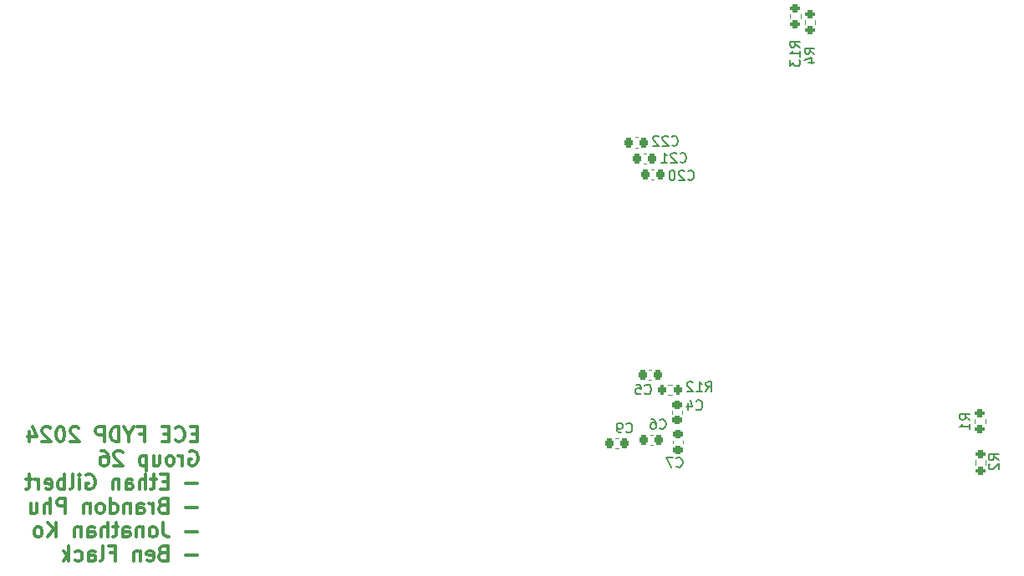
<source format=gbo>
G04 #@! TF.GenerationSoftware,KiCad,Pcbnew,7.0.7*
G04 #@! TF.CreationDate,2023-12-18T21:44:51-05:00*
G04 #@! TF.ProjectId,central_hub,63656e74-7261-46c5-9f68-75622e6b6963,rev?*
G04 #@! TF.SameCoordinates,Original*
G04 #@! TF.FileFunction,Legend,Bot*
G04 #@! TF.FilePolarity,Positive*
%FSLAX46Y46*%
G04 Gerber Fmt 4.6, Leading zero omitted, Abs format (unit mm)*
G04 Created by KiCad (PCBNEW 7.0.7) date 2023-12-18 21:44:51*
%MOMM*%
%LPD*%
G01*
G04 APERTURE LIST*
G04 Aperture macros list*
%AMRoundRect*
0 Rectangle with rounded corners*
0 $1 Rounding radius*
0 $2 $3 $4 $5 $6 $7 $8 $9 X,Y pos of 4 corners*
0 Add a 4 corners polygon primitive as box body*
4,1,4,$2,$3,$4,$5,$6,$7,$8,$9,$2,$3,0*
0 Add four circle primitives for the rounded corners*
1,1,$1+$1,$2,$3*
1,1,$1+$1,$4,$5*
1,1,$1+$1,$6,$7*
1,1,$1+$1,$8,$9*
0 Add four rect primitives between the rounded corners*
20,1,$1+$1,$2,$3,$4,$5,0*
20,1,$1+$1,$4,$5,$6,$7,0*
20,1,$1+$1,$6,$7,$8,$9,0*
20,1,$1+$1,$8,$9,$2,$3,0*%
G04 Aperture macros list end*
%ADD10C,0.300000*%
%ADD11C,0.160000*%
%ADD12C,0.120000*%
%ADD13R,1.700000X1.700000*%
%ADD14O,1.700000X1.700000*%
%ADD15C,3.000000*%
%ADD16C,1.500000*%
%ADD17O,2.204000X1.104000*%
%ADD18RoundRect,0.225000X-0.225000X-0.250000X0.225000X-0.250000X0.225000X0.250000X-0.225000X0.250000X0*%
%ADD19RoundRect,0.200000X-0.200000X-0.275000X0.200000X-0.275000X0.200000X0.275000X-0.200000X0.275000X0*%
%ADD20RoundRect,0.225000X-0.250000X0.225000X-0.250000X-0.225000X0.250000X-0.225000X0.250000X0.225000X0*%
%ADD21RoundRect,0.200000X0.275000X-0.200000X0.275000X0.200000X-0.275000X0.200000X-0.275000X-0.200000X0*%
%ADD22RoundRect,0.225000X0.250000X-0.225000X0.250000X0.225000X-0.250000X0.225000X-0.250000X-0.225000X0*%
%ADD23RoundRect,0.200000X-0.275000X0.200000X-0.275000X-0.200000X0.275000X-0.200000X0.275000X0.200000X0*%
G04 APERTURE END LIST*
D10*
X82625489Y-87080114D02*
X82125489Y-87080114D01*
X81911203Y-87865828D02*
X82625489Y-87865828D01*
X82625489Y-87865828D02*
X82625489Y-86365828D01*
X82625489Y-86365828D02*
X81911203Y-86365828D01*
X80411203Y-87722971D02*
X80482631Y-87794400D01*
X80482631Y-87794400D02*
X80696917Y-87865828D01*
X80696917Y-87865828D02*
X80839774Y-87865828D01*
X80839774Y-87865828D02*
X81054060Y-87794400D01*
X81054060Y-87794400D02*
X81196917Y-87651542D01*
X81196917Y-87651542D02*
X81268346Y-87508685D01*
X81268346Y-87508685D02*
X81339774Y-87222971D01*
X81339774Y-87222971D02*
X81339774Y-87008685D01*
X81339774Y-87008685D02*
X81268346Y-86722971D01*
X81268346Y-86722971D02*
X81196917Y-86580114D01*
X81196917Y-86580114D02*
X81054060Y-86437257D01*
X81054060Y-86437257D02*
X80839774Y-86365828D01*
X80839774Y-86365828D02*
X80696917Y-86365828D01*
X80696917Y-86365828D02*
X80482631Y-86437257D01*
X80482631Y-86437257D02*
X80411203Y-86508685D01*
X79768346Y-87080114D02*
X79268346Y-87080114D01*
X79054060Y-87865828D02*
X79768346Y-87865828D01*
X79768346Y-87865828D02*
X79768346Y-86365828D01*
X79768346Y-86365828D02*
X79054060Y-86365828D01*
X76768346Y-87080114D02*
X77268346Y-87080114D01*
X77268346Y-87865828D02*
X77268346Y-86365828D01*
X77268346Y-86365828D02*
X76554060Y-86365828D01*
X75696917Y-87151542D02*
X75696917Y-87865828D01*
X76196917Y-86365828D02*
X75696917Y-87151542D01*
X75696917Y-87151542D02*
X75196917Y-86365828D01*
X74696918Y-87865828D02*
X74696918Y-86365828D01*
X74696918Y-86365828D02*
X74339775Y-86365828D01*
X74339775Y-86365828D02*
X74125489Y-86437257D01*
X74125489Y-86437257D02*
X73982632Y-86580114D01*
X73982632Y-86580114D02*
X73911203Y-86722971D01*
X73911203Y-86722971D02*
X73839775Y-87008685D01*
X73839775Y-87008685D02*
X73839775Y-87222971D01*
X73839775Y-87222971D02*
X73911203Y-87508685D01*
X73911203Y-87508685D02*
X73982632Y-87651542D01*
X73982632Y-87651542D02*
X74125489Y-87794400D01*
X74125489Y-87794400D02*
X74339775Y-87865828D01*
X74339775Y-87865828D02*
X74696918Y-87865828D01*
X73196918Y-87865828D02*
X73196918Y-86365828D01*
X73196918Y-86365828D02*
X72625489Y-86365828D01*
X72625489Y-86365828D02*
X72482632Y-86437257D01*
X72482632Y-86437257D02*
X72411203Y-86508685D01*
X72411203Y-86508685D02*
X72339775Y-86651542D01*
X72339775Y-86651542D02*
X72339775Y-86865828D01*
X72339775Y-86865828D02*
X72411203Y-87008685D01*
X72411203Y-87008685D02*
X72482632Y-87080114D01*
X72482632Y-87080114D02*
X72625489Y-87151542D01*
X72625489Y-87151542D02*
X73196918Y-87151542D01*
X70625489Y-86508685D02*
X70554061Y-86437257D01*
X70554061Y-86437257D02*
X70411204Y-86365828D01*
X70411204Y-86365828D02*
X70054061Y-86365828D01*
X70054061Y-86365828D02*
X69911204Y-86437257D01*
X69911204Y-86437257D02*
X69839775Y-86508685D01*
X69839775Y-86508685D02*
X69768346Y-86651542D01*
X69768346Y-86651542D02*
X69768346Y-86794400D01*
X69768346Y-86794400D02*
X69839775Y-87008685D01*
X69839775Y-87008685D02*
X70696918Y-87865828D01*
X70696918Y-87865828D02*
X69768346Y-87865828D01*
X68839775Y-86365828D02*
X68696918Y-86365828D01*
X68696918Y-86365828D02*
X68554061Y-86437257D01*
X68554061Y-86437257D02*
X68482633Y-86508685D01*
X68482633Y-86508685D02*
X68411204Y-86651542D01*
X68411204Y-86651542D02*
X68339775Y-86937257D01*
X68339775Y-86937257D02*
X68339775Y-87294400D01*
X68339775Y-87294400D02*
X68411204Y-87580114D01*
X68411204Y-87580114D02*
X68482633Y-87722971D01*
X68482633Y-87722971D02*
X68554061Y-87794400D01*
X68554061Y-87794400D02*
X68696918Y-87865828D01*
X68696918Y-87865828D02*
X68839775Y-87865828D01*
X68839775Y-87865828D02*
X68982633Y-87794400D01*
X68982633Y-87794400D02*
X69054061Y-87722971D01*
X69054061Y-87722971D02*
X69125490Y-87580114D01*
X69125490Y-87580114D02*
X69196918Y-87294400D01*
X69196918Y-87294400D02*
X69196918Y-86937257D01*
X69196918Y-86937257D02*
X69125490Y-86651542D01*
X69125490Y-86651542D02*
X69054061Y-86508685D01*
X69054061Y-86508685D02*
X68982633Y-86437257D01*
X68982633Y-86437257D02*
X68839775Y-86365828D01*
X67768347Y-86508685D02*
X67696919Y-86437257D01*
X67696919Y-86437257D02*
X67554062Y-86365828D01*
X67554062Y-86365828D02*
X67196919Y-86365828D01*
X67196919Y-86365828D02*
X67054062Y-86437257D01*
X67054062Y-86437257D02*
X66982633Y-86508685D01*
X66982633Y-86508685D02*
X66911204Y-86651542D01*
X66911204Y-86651542D02*
X66911204Y-86794400D01*
X66911204Y-86794400D02*
X66982633Y-87008685D01*
X66982633Y-87008685D02*
X67839776Y-87865828D01*
X67839776Y-87865828D02*
X66911204Y-87865828D01*
X65625491Y-86865828D02*
X65625491Y-87865828D01*
X65982633Y-86294400D02*
X66339776Y-87365828D01*
X66339776Y-87365828D02*
X65411205Y-87365828D01*
X81839774Y-88852257D02*
X81982632Y-88780828D01*
X81982632Y-88780828D02*
X82196917Y-88780828D01*
X82196917Y-88780828D02*
X82411203Y-88852257D01*
X82411203Y-88852257D02*
X82554060Y-88995114D01*
X82554060Y-88995114D02*
X82625489Y-89137971D01*
X82625489Y-89137971D02*
X82696917Y-89423685D01*
X82696917Y-89423685D02*
X82696917Y-89637971D01*
X82696917Y-89637971D02*
X82625489Y-89923685D01*
X82625489Y-89923685D02*
X82554060Y-90066542D01*
X82554060Y-90066542D02*
X82411203Y-90209400D01*
X82411203Y-90209400D02*
X82196917Y-90280828D01*
X82196917Y-90280828D02*
X82054060Y-90280828D01*
X82054060Y-90280828D02*
X81839774Y-90209400D01*
X81839774Y-90209400D02*
X81768346Y-90137971D01*
X81768346Y-90137971D02*
X81768346Y-89637971D01*
X81768346Y-89637971D02*
X82054060Y-89637971D01*
X81125489Y-90280828D02*
X81125489Y-89280828D01*
X81125489Y-89566542D02*
X81054060Y-89423685D01*
X81054060Y-89423685D02*
X80982632Y-89352257D01*
X80982632Y-89352257D02*
X80839774Y-89280828D01*
X80839774Y-89280828D02*
X80696917Y-89280828D01*
X79982632Y-90280828D02*
X80125489Y-90209400D01*
X80125489Y-90209400D02*
X80196918Y-90137971D01*
X80196918Y-90137971D02*
X80268346Y-89995114D01*
X80268346Y-89995114D02*
X80268346Y-89566542D01*
X80268346Y-89566542D02*
X80196918Y-89423685D01*
X80196918Y-89423685D02*
X80125489Y-89352257D01*
X80125489Y-89352257D02*
X79982632Y-89280828D01*
X79982632Y-89280828D02*
X79768346Y-89280828D01*
X79768346Y-89280828D02*
X79625489Y-89352257D01*
X79625489Y-89352257D02*
X79554061Y-89423685D01*
X79554061Y-89423685D02*
X79482632Y-89566542D01*
X79482632Y-89566542D02*
X79482632Y-89995114D01*
X79482632Y-89995114D02*
X79554061Y-90137971D01*
X79554061Y-90137971D02*
X79625489Y-90209400D01*
X79625489Y-90209400D02*
X79768346Y-90280828D01*
X79768346Y-90280828D02*
X79982632Y-90280828D01*
X78196918Y-89280828D02*
X78196918Y-90280828D01*
X78839775Y-89280828D02*
X78839775Y-90066542D01*
X78839775Y-90066542D02*
X78768346Y-90209400D01*
X78768346Y-90209400D02*
X78625489Y-90280828D01*
X78625489Y-90280828D02*
X78411203Y-90280828D01*
X78411203Y-90280828D02*
X78268346Y-90209400D01*
X78268346Y-90209400D02*
X78196918Y-90137971D01*
X77482632Y-89280828D02*
X77482632Y-90780828D01*
X77482632Y-89352257D02*
X77339775Y-89280828D01*
X77339775Y-89280828D02*
X77054060Y-89280828D01*
X77054060Y-89280828D02*
X76911203Y-89352257D01*
X76911203Y-89352257D02*
X76839775Y-89423685D01*
X76839775Y-89423685D02*
X76768346Y-89566542D01*
X76768346Y-89566542D02*
X76768346Y-89995114D01*
X76768346Y-89995114D02*
X76839775Y-90137971D01*
X76839775Y-90137971D02*
X76911203Y-90209400D01*
X76911203Y-90209400D02*
X77054060Y-90280828D01*
X77054060Y-90280828D02*
X77339775Y-90280828D01*
X77339775Y-90280828D02*
X77482632Y-90209400D01*
X75054060Y-88923685D02*
X74982632Y-88852257D01*
X74982632Y-88852257D02*
X74839775Y-88780828D01*
X74839775Y-88780828D02*
X74482632Y-88780828D01*
X74482632Y-88780828D02*
X74339775Y-88852257D01*
X74339775Y-88852257D02*
X74268346Y-88923685D01*
X74268346Y-88923685D02*
X74196917Y-89066542D01*
X74196917Y-89066542D02*
X74196917Y-89209400D01*
X74196917Y-89209400D02*
X74268346Y-89423685D01*
X74268346Y-89423685D02*
X75125489Y-90280828D01*
X75125489Y-90280828D02*
X74196917Y-90280828D01*
X72911204Y-88780828D02*
X73196918Y-88780828D01*
X73196918Y-88780828D02*
X73339775Y-88852257D01*
X73339775Y-88852257D02*
X73411204Y-88923685D01*
X73411204Y-88923685D02*
X73554061Y-89137971D01*
X73554061Y-89137971D02*
X73625489Y-89423685D01*
X73625489Y-89423685D02*
X73625489Y-89995114D01*
X73625489Y-89995114D02*
X73554061Y-90137971D01*
X73554061Y-90137971D02*
X73482632Y-90209400D01*
X73482632Y-90209400D02*
X73339775Y-90280828D01*
X73339775Y-90280828D02*
X73054061Y-90280828D01*
X73054061Y-90280828D02*
X72911204Y-90209400D01*
X72911204Y-90209400D02*
X72839775Y-90137971D01*
X72839775Y-90137971D02*
X72768346Y-89995114D01*
X72768346Y-89995114D02*
X72768346Y-89637971D01*
X72768346Y-89637971D02*
X72839775Y-89495114D01*
X72839775Y-89495114D02*
X72911204Y-89423685D01*
X72911204Y-89423685D02*
X73054061Y-89352257D01*
X73054061Y-89352257D02*
X73339775Y-89352257D01*
X73339775Y-89352257D02*
X73482632Y-89423685D01*
X73482632Y-89423685D02*
X73554061Y-89495114D01*
X73554061Y-89495114D02*
X73625489Y-89637971D01*
X82625489Y-92124400D02*
X81482632Y-92124400D01*
X79625489Y-91910114D02*
X79125489Y-91910114D01*
X78911203Y-92695828D02*
X79625489Y-92695828D01*
X79625489Y-92695828D02*
X79625489Y-91195828D01*
X79625489Y-91195828D02*
X78911203Y-91195828D01*
X78482631Y-91695828D02*
X77911203Y-91695828D01*
X78268346Y-91195828D02*
X78268346Y-92481542D01*
X78268346Y-92481542D02*
X78196917Y-92624400D01*
X78196917Y-92624400D02*
X78054060Y-92695828D01*
X78054060Y-92695828D02*
X77911203Y-92695828D01*
X77411203Y-92695828D02*
X77411203Y-91195828D01*
X76768346Y-92695828D02*
X76768346Y-91910114D01*
X76768346Y-91910114D02*
X76839774Y-91767257D01*
X76839774Y-91767257D02*
X76982631Y-91695828D01*
X76982631Y-91695828D02*
X77196917Y-91695828D01*
X77196917Y-91695828D02*
X77339774Y-91767257D01*
X77339774Y-91767257D02*
X77411203Y-91838685D01*
X75411203Y-92695828D02*
X75411203Y-91910114D01*
X75411203Y-91910114D02*
X75482631Y-91767257D01*
X75482631Y-91767257D02*
X75625488Y-91695828D01*
X75625488Y-91695828D02*
X75911203Y-91695828D01*
X75911203Y-91695828D02*
X76054060Y-91767257D01*
X75411203Y-92624400D02*
X75554060Y-92695828D01*
X75554060Y-92695828D02*
X75911203Y-92695828D01*
X75911203Y-92695828D02*
X76054060Y-92624400D01*
X76054060Y-92624400D02*
X76125488Y-92481542D01*
X76125488Y-92481542D02*
X76125488Y-92338685D01*
X76125488Y-92338685D02*
X76054060Y-92195828D01*
X76054060Y-92195828D02*
X75911203Y-92124400D01*
X75911203Y-92124400D02*
X75554060Y-92124400D01*
X75554060Y-92124400D02*
X75411203Y-92052971D01*
X74696917Y-91695828D02*
X74696917Y-92695828D01*
X74696917Y-91838685D02*
X74625488Y-91767257D01*
X74625488Y-91767257D02*
X74482631Y-91695828D01*
X74482631Y-91695828D02*
X74268345Y-91695828D01*
X74268345Y-91695828D02*
X74125488Y-91767257D01*
X74125488Y-91767257D02*
X74054060Y-91910114D01*
X74054060Y-91910114D02*
X74054060Y-92695828D01*
X71411202Y-91267257D02*
X71554060Y-91195828D01*
X71554060Y-91195828D02*
X71768345Y-91195828D01*
X71768345Y-91195828D02*
X71982631Y-91267257D01*
X71982631Y-91267257D02*
X72125488Y-91410114D01*
X72125488Y-91410114D02*
X72196917Y-91552971D01*
X72196917Y-91552971D02*
X72268345Y-91838685D01*
X72268345Y-91838685D02*
X72268345Y-92052971D01*
X72268345Y-92052971D02*
X72196917Y-92338685D01*
X72196917Y-92338685D02*
X72125488Y-92481542D01*
X72125488Y-92481542D02*
X71982631Y-92624400D01*
X71982631Y-92624400D02*
X71768345Y-92695828D01*
X71768345Y-92695828D02*
X71625488Y-92695828D01*
X71625488Y-92695828D02*
X71411202Y-92624400D01*
X71411202Y-92624400D02*
X71339774Y-92552971D01*
X71339774Y-92552971D02*
X71339774Y-92052971D01*
X71339774Y-92052971D02*
X71625488Y-92052971D01*
X70696917Y-92695828D02*
X70696917Y-91695828D01*
X70696917Y-91195828D02*
X70768345Y-91267257D01*
X70768345Y-91267257D02*
X70696917Y-91338685D01*
X70696917Y-91338685D02*
X70625488Y-91267257D01*
X70625488Y-91267257D02*
X70696917Y-91195828D01*
X70696917Y-91195828D02*
X70696917Y-91338685D01*
X69768345Y-92695828D02*
X69911202Y-92624400D01*
X69911202Y-92624400D02*
X69982631Y-92481542D01*
X69982631Y-92481542D02*
X69982631Y-91195828D01*
X69196917Y-92695828D02*
X69196917Y-91195828D01*
X69196917Y-91767257D02*
X69054060Y-91695828D01*
X69054060Y-91695828D02*
X68768345Y-91695828D01*
X68768345Y-91695828D02*
X68625488Y-91767257D01*
X68625488Y-91767257D02*
X68554060Y-91838685D01*
X68554060Y-91838685D02*
X68482631Y-91981542D01*
X68482631Y-91981542D02*
X68482631Y-92410114D01*
X68482631Y-92410114D02*
X68554060Y-92552971D01*
X68554060Y-92552971D02*
X68625488Y-92624400D01*
X68625488Y-92624400D02*
X68768345Y-92695828D01*
X68768345Y-92695828D02*
X69054060Y-92695828D01*
X69054060Y-92695828D02*
X69196917Y-92624400D01*
X67268345Y-92624400D02*
X67411202Y-92695828D01*
X67411202Y-92695828D02*
X67696917Y-92695828D01*
X67696917Y-92695828D02*
X67839774Y-92624400D01*
X67839774Y-92624400D02*
X67911202Y-92481542D01*
X67911202Y-92481542D02*
X67911202Y-91910114D01*
X67911202Y-91910114D02*
X67839774Y-91767257D01*
X67839774Y-91767257D02*
X67696917Y-91695828D01*
X67696917Y-91695828D02*
X67411202Y-91695828D01*
X67411202Y-91695828D02*
X67268345Y-91767257D01*
X67268345Y-91767257D02*
X67196917Y-91910114D01*
X67196917Y-91910114D02*
X67196917Y-92052971D01*
X67196917Y-92052971D02*
X67911202Y-92195828D01*
X66554060Y-92695828D02*
X66554060Y-91695828D01*
X66554060Y-91981542D02*
X66482631Y-91838685D01*
X66482631Y-91838685D02*
X66411203Y-91767257D01*
X66411203Y-91767257D02*
X66268345Y-91695828D01*
X66268345Y-91695828D02*
X66125488Y-91695828D01*
X65839774Y-91695828D02*
X65268346Y-91695828D01*
X65625489Y-91195828D02*
X65625489Y-92481542D01*
X65625489Y-92481542D02*
X65554060Y-92624400D01*
X65554060Y-92624400D02*
X65411203Y-92695828D01*
X65411203Y-92695828D02*
X65268346Y-92695828D01*
X82625489Y-94539400D02*
X81482632Y-94539400D01*
X79125489Y-94325114D02*
X78911203Y-94396542D01*
X78911203Y-94396542D02*
X78839774Y-94467971D01*
X78839774Y-94467971D02*
X78768346Y-94610828D01*
X78768346Y-94610828D02*
X78768346Y-94825114D01*
X78768346Y-94825114D02*
X78839774Y-94967971D01*
X78839774Y-94967971D02*
X78911203Y-95039400D01*
X78911203Y-95039400D02*
X79054060Y-95110828D01*
X79054060Y-95110828D02*
X79625489Y-95110828D01*
X79625489Y-95110828D02*
X79625489Y-93610828D01*
X79625489Y-93610828D02*
X79125489Y-93610828D01*
X79125489Y-93610828D02*
X78982632Y-93682257D01*
X78982632Y-93682257D02*
X78911203Y-93753685D01*
X78911203Y-93753685D02*
X78839774Y-93896542D01*
X78839774Y-93896542D02*
X78839774Y-94039400D01*
X78839774Y-94039400D02*
X78911203Y-94182257D01*
X78911203Y-94182257D02*
X78982632Y-94253685D01*
X78982632Y-94253685D02*
X79125489Y-94325114D01*
X79125489Y-94325114D02*
X79625489Y-94325114D01*
X78125489Y-95110828D02*
X78125489Y-94110828D01*
X78125489Y-94396542D02*
X78054060Y-94253685D01*
X78054060Y-94253685D02*
X77982632Y-94182257D01*
X77982632Y-94182257D02*
X77839774Y-94110828D01*
X77839774Y-94110828D02*
X77696917Y-94110828D01*
X76554061Y-95110828D02*
X76554061Y-94325114D01*
X76554061Y-94325114D02*
X76625489Y-94182257D01*
X76625489Y-94182257D02*
X76768346Y-94110828D01*
X76768346Y-94110828D02*
X77054061Y-94110828D01*
X77054061Y-94110828D02*
X77196918Y-94182257D01*
X76554061Y-95039400D02*
X76696918Y-95110828D01*
X76696918Y-95110828D02*
X77054061Y-95110828D01*
X77054061Y-95110828D02*
X77196918Y-95039400D01*
X77196918Y-95039400D02*
X77268346Y-94896542D01*
X77268346Y-94896542D02*
X77268346Y-94753685D01*
X77268346Y-94753685D02*
X77196918Y-94610828D01*
X77196918Y-94610828D02*
X77054061Y-94539400D01*
X77054061Y-94539400D02*
X76696918Y-94539400D01*
X76696918Y-94539400D02*
X76554061Y-94467971D01*
X75839775Y-94110828D02*
X75839775Y-95110828D01*
X75839775Y-94253685D02*
X75768346Y-94182257D01*
X75768346Y-94182257D02*
X75625489Y-94110828D01*
X75625489Y-94110828D02*
X75411203Y-94110828D01*
X75411203Y-94110828D02*
X75268346Y-94182257D01*
X75268346Y-94182257D02*
X75196918Y-94325114D01*
X75196918Y-94325114D02*
X75196918Y-95110828D01*
X73839775Y-95110828D02*
X73839775Y-93610828D01*
X73839775Y-95039400D02*
X73982632Y-95110828D01*
X73982632Y-95110828D02*
X74268346Y-95110828D01*
X74268346Y-95110828D02*
X74411203Y-95039400D01*
X74411203Y-95039400D02*
X74482632Y-94967971D01*
X74482632Y-94967971D02*
X74554060Y-94825114D01*
X74554060Y-94825114D02*
X74554060Y-94396542D01*
X74554060Y-94396542D02*
X74482632Y-94253685D01*
X74482632Y-94253685D02*
X74411203Y-94182257D01*
X74411203Y-94182257D02*
X74268346Y-94110828D01*
X74268346Y-94110828D02*
X73982632Y-94110828D01*
X73982632Y-94110828D02*
X73839775Y-94182257D01*
X72911203Y-95110828D02*
X73054060Y-95039400D01*
X73054060Y-95039400D02*
X73125489Y-94967971D01*
X73125489Y-94967971D02*
X73196917Y-94825114D01*
X73196917Y-94825114D02*
X73196917Y-94396542D01*
X73196917Y-94396542D02*
X73125489Y-94253685D01*
X73125489Y-94253685D02*
X73054060Y-94182257D01*
X73054060Y-94182257D02*
X72911203Y-94110828D01*
X72911203Y-94110828D02*
X72696917Y-94110828D01*
X72696917Y-94110828D02*
X72554060Y-94182257D01*
X72554060Y-94182257D02*
X72482632Y-94253685D01*
X72482632Y-94253685D02*
X72411203Y-94396542D01*
X72411203Y-94396542D02*
X72411203Y-94825114D01*
X72411203Y-94825114D02*
X72482632Y-94967971D01*
X72482632Y-94967971D02*
X72554060Y-95039400D01*
X72554060Y-95039400D02*
X72696917Y-95110828D01*
X72696917Y-95110828D02*
X72911203Y-95110828D01*
X71768346Y-94110828D02*
X71768346Y-95110828D01*
X71768346Y-94253685D02*
X71696917Y-94182257D01*
X71696917Y-94182257D02*
X71554060Y-94110828D01*
X71554060Y-94110828D02*
X71339774Y-94110828D01*
X71339774Y-94110828D02*
X71196917Y-94182257D01*
X71196917Y-94182257D02*
X71125489Y-94325114D01*
X71125489Y-94325114D02*
X71125489Y-95110828D01*
X69268346Y-95110828D02*
X69268346Y-93610828D01*
X69268346Y-93610828D02*
X68696917Y-93610828D01*
X68696917Y-93610828D02*
X68554060Y-93682257D01*
X68554060Y-93682257D02*
X68482631Y-93753685D01*
X68482631Y-93753685D02*
X68411203Y-93896542D01*
X68411203Y-93896542D02*
X68411203Y-94110828D01*
X68411203Y-94110828D02*
X68482631Y-94253685D01*
X68482631Y-94253685D02*
X68554060Y-94325114D01*
X68554060Y-94325114D02*
X68696917Y-94396542D01*
X68696917Y-94396542D02*
X69268346Y-94396542D01*
X67768346Y-95110828D02*
X67768346Y-93610828D01*
X67125489Y-95110828D02*
X67125489Y-94325114D01*
X67125489Y-94325114D02*
X67196917Y-94182257D01*
X67196917Y-94182257D02*
X67339774Y-94110828D01*
X67339774Y-94110828D02*
X67554060Y-94110828D01*
X67554060Y-94110828D02*
X67696917Y-94182257D01*
X67696917Y-94182257D02*
X67768346Y-94253685D01*
X65768346Y-94110828D02*
X65768346Y-95110828D01*
X66411203Y-94110828D02*
X66411203Y-94896542D01*
X66411203Y-94896542D02*
X66339774Y-95039400D01*
X66339774Y-95039400D02*
X66196917Y-95110828D01*
X66196917Y-95110828D02*
X65982631Y-95110828D01*
X65982631Y-95110828D02*
X65839774Y-95039400D01*
X65839774Y-95039400D02*
X65768346Y-94967971D01*
X82625489Y-96954400D02*
X81482632Y-96954400D01*
X79196917Y-96025828D02*
X79196917Y-97097257D01*
X79196917Y-97097257D02*
X79268346Y-97311542D01*
X79268346Y-97311542D02*
X79411203Y-97454400D01*
X79411203Y-97454400D02*
X79625489Y-97525828D01*
X79625489Y-97525828D02*
X79768346Y-97525828D01*
X78268346Y-97525828D02*
X78411203Y-97454400D01*
X78411203Y-97454400D02*
X78482632Y-97382971D01*
X78482632Y-97382971D02*
X78554060Y-97240114D01*
X78554060Y-97240114D02*
X78554060Y-96811542D01*
X78554060Y-96811542D02*
X78482632Y-96668685D01*
X78482632Y-96668685D02*
X78411203Y-96597257D01*
X78411203Y-96597257D02*
X78268346Y-96525828D01*
X78268346Y-96525828D02*
X78054060Y-96525828D01*
X78054060Y-96525828D02*
X77911203Y-96597257D01*
X77911203Y-96597257D02*
X77839775Y-96668685D01*
X77839775Y-96668685D02*
X77768346Y-96811542D01*
X77768346Y-96811542D02*
X77768346Y-97240114D01*
X77768346Y-97240114D02*
X77839775Y-97382971D01*
X77839775Y-97382971D02*
X77911203Y-97454400D01*
X77911203Y-97454400D02*
X78054060Y-97525828D01*
X78054060Y-97525828D02*
X78268346Y-97525828D01*
X77125489Y-96525828D02*
X77125489Y-97525828D01*
X77125489Y-96668685D02*
X77054060Y-96597257D01*
X77054060Y-96597257D02*
X76911203Y-96525828D01*
X76911203Y-96525828D02*
X76696917Y-96525828D01*
X76696917Y-96525828D02*
X76554060Y-96597257D01*
X76554060Y-96597257D02*
X76482632Y-96740114D01*
X76482632Y-96740114D02*
X76482632Y-97525828D01*
X75125489Y-97525828D02*
X75125489Y-96740114D01*
X75125489Y-96740114D02*
X75196917Y-96597257D01*
X75196917Y-96597257D02*
X75339774Y-96525828D01*
X75339774Y-96525828D02*
X75625489Y-96525828D01*
X75625489Y-96525828D02*
X75768346Y-96597257D01*
X75125489Y-97454400D02*
X75268346Y-97525828D01*
X75268346Y-97525828D02*
X75625489Y-97525828D01*
X75625489Y-97525828D02*
X75768346Y-97454400D01*
X75768346Y-97454400D02*
X75839774Y-97311542D01*
X75839774Y-97311542D02*
X75839774Y-97168685D01*
X75839774Y-97168685D02*
X75768346Y-97025828D01*
X75768346Y-97025828D02*
X75625489Y-96954400D01*
X75625489Y-96954400D02*
X75268346Y-96954400D01*
X75268346Y-96954400D02*
X75125489Y-96882971D01*
X74625488Y-96525828D02*
X74054060Y-96525828D01*
X74411203Y-96025828D02*
X74411203Y-97311542D01*
X74411203Y-97311542D02*
X74339774Y-97454400D01*
X74339774Y-97454400D02*
X74196917Y-97525828D01*
X74196917Y-97525828D02*
X74054060Y-97525828D01*
X73554060Y-97525828D02*
X73554060Y-96025828D01*
X72911203Y-97525828D02*
X72911203Y-96740114D01*
X72911203Y-96740114D02*
X72982631Y-96597257D01*
X72982631Y-96597257D02*
X73125488Y-96525828D01*
X73125488Y-96525828D02*
X73339774Y-96525828D01*
X73339774Y-96525828D02*
X73482631Y-96597257D01*
X73482631Y-96597257D02*
X73554060Y-96668685D01*
X71554060Y-97525828D02*
X71554060Y-96740114D01*
X71554060Y-96740114D02*
X71625488Y-96597257D01*
X71625488Y-96597257D02*
X71768345Y-96525828D01*
X71768345Y-96525828D02*
X72054060Y-96525828D01*
X72054060Y-96525828D02*
X72196917Y-96597257D01*
X71554060Y-97454400D02*
X71696917Y-97525828D01*
X71696917Y-97525828D02*
X72054060Y-97525828D01*
X72054060Y-97525828D02*
X72196917Y-97454400D01*
X72196917Y-97454400D02*
X72268345Y-97311542D01*
X72268345Y-97311542D02*
X72268345Y-97168685D01*
X72268345Y-97168685D02*
X72196917Y-97025828D01*
X72196917Y-97025828D02*
X72054060Y-96954400D01*
X72054060Y-96954400D02*
X71696917Y-96954400D01*
X71696917Y-96954400D02*
X71554060Y-96882971D01*
X70839774Y-96525828D02*
X70839774Y-97525828D01*
X70839774Y-96668685D02*
X70768345Y-96597257D01*
X70768345Y-96597257D02*
X70625488Y-96525828D01*
X70625488Y-96525828D02*
X70411202Y-96525828D01*
X70411202Y-96525828D02*
X70268345Y-96597257D01*
X70268345Y-96597257D02*
X70196917Y-96740114D01*
X70196917Y-96740114D02*
X70196917Y-97525828D01*
X68339774Y-97525828D02*
X68339774Y-96025828D01*
X67482631Y-97525828D02*
X68125488Y-96668685D01*
X67482631Y-96025828D02*
X68339774Y-96882971D01*
X66625488Y-97525828D02*
X66768345Y-97454400D01*
X66768345Y-97454400D02*
X66839774Y-97382971D01*
X66839774Y-97382971D02*
X66911202Y-97240114D01*
X66911202Y-97240114D02*
X66911202Y-96811542D01*
X66911202Y-96811542D02*
X66839774Y-96668685D01*
X66839774Y-96668685D02*
X66768345Y-96597257D01*
X66768345Y-96597257D02*
X66625488Y-96525828D01*
X66625488Y-96525828D02*
X66411202Y-96525828D01*
X66411202Y-96525828D02*
X66268345Y-96597257D01*
X66268345Y-96597257D02*
X66196917Y-96668685D01*
X66196917Y-96668685D02*
X66125488Y-96811542D01*
X66125488Y-96811542D02*
X66125488Y-97240114D01*
X66125488Y-97240114D02*
X66196917Y-97382971D01*
X66196917Y-97382971D02*
X66268345Y-97454400D01*
X66268345Y-97454400D02*
X66411202Y-97525828D01*
X66411202Y-97525828D02*
X66625488Y-97525828D01*
X82625489Y-99369400D02*
X81482632Y-99369400D01*
X79125489Y-99155114D02*
X78911203Y-99226542D01*
X78911203Y-99226542D02*
X78839774Y-99297971D01*
X78839774Y-99297971D02*
X78768346Y-99440828D01*
X78768346Y-99440828D02*
X78768346Y-99655114D01*
X78768346Y-99655114D02*
X78839774Y-99797971D01*
X78839774Y-99797971D02*
X78911203Y-99869400D01*
X78911203Y-99869400D02*
X79054060Y-99940828D01*
X79054060Y-99940828D02*
X79625489Y-99940828D01*
X79625489Y-99940828D02*
X79625489Y-98440828D01*
X79625489Y-98440828D02*
X79125489Y-98440828D01*
X79125489Y-98440828D02*
X78982632Y-98512257D01*
X78982632Y-98512257D02*
X78911203Y-98583685D01*
X78911203Y-98583685D02*
X78839774Y-98726542D01*
X78839774Y-98726542D02*
X78839774Y-98869400D01*
X78839774Y-98869400D02*
X78911203Y-99012257D01*
X78911203Y-99012257D02*
X78982632Y-99083685D01*
X78982632Y-99083685D02*
X79125489Y-99155114D01*
X79125489Y-99155114D02*
X79625489Y-99155114D01*
X77554060Y-99869400D02*
X77696917Y-99940828D01*
X77696917Y-99940828D02*
X77982632Y-99940828D01*
X77982632Y-99940828D02*
X78125489Y-99869400D01*
X78125489Y-99869400D02*
X78196917Y-99726542D01*
X78196917Y-99726542D02*
X78196917Y-99155114D01*
X78196917Y-99155114D02*
X78125489Y-99012257D01*
X78125489Y-99012257D02*
X77982632Y-98940828D01*
X77982632Y-98940828D02*
X77696917Y-98940828D01*
X77696917Y-98940828D02*
X77554060Y-99012257D01*
X77554060Y-99012257D02*
X77482632Y-99155114D01*
X77482632Y-99155114D02*
X77482632Y-99297971D01*
X77482632Y-99297971D02*
X78196917Y-99440828D01*
X76839775Y-98940828D02*
X76839775Y-99940828D01*
X76839775Y-99083685D02*
X76768346Y-99012257D01*
X76768346Y-99012257D02*
X76625489Y-98940828D01*
X76625489Y-98940828D02*
X76411203Y-98940828D01*
X76411203Y-98940828D02*
X76268346Y-99012257D01*
X76268346Y-99012257D02*
X76196918Y-99155114D01*
X76196918Y-99155114D02*
X76196918Y-99940828D01*
X73839775Y-99155114D02*
X74339775Y-99155114D01*
X74339775Y-99940828D02*
X74339775Y-98440828D01*
X74339775Y-98440828D02*
X73625489Y-98440828D01*
X72839775Y-99940828D02*
X72982632Y-99869400D01*
X72982632Y-99869400D02*
X73054061Y-99726542D01*
X73054061Y-99726542D02*
X73054061Y-98440828D01*
X71625490Y-99940828D02*
X71625490Y-99155114D01*
X71625490Y-99155114D02*
X71696918Y-99012257D01*
X71696918Y-99012257D02*
X71839775Y-98940828D01*
X71839775Y-98940828D02*
X72125490Y-98940828D01*
X72125490Y-98940828D02*
X72268347Y-99012257D01*
X71625490Y-99869400D02*
X71768347Y-99940828D01*
X71768347Y-99940828D02*
X72125490Y-99940828D01*
X72125490Y-99940828D02*
X72268347Y-99869400D01*
X72268347Y-99869400D02*
X72339775Y-99726542D01*
X72339775Y-99726542D02*
X72339775Y-99583685D01*
X72339775Y-99583685D02*
X72268347Y-99440828D01*
X72268347Y-99440828D02*
X72125490Y-99369400D01*
X72125490Y-99369400D02*
X71768347Y-99369400D01*
X71768347Y-99369400D02*
X71625490Y-99297971D01*
X70268347Y-99869400D02*
X70411204Y-99940828D01*
X70411204Y-99940828D02*
X70696918Y-99940828D01*
X70696918Y-99940828D02*
X70839775Y-99869400D01*
X70839775Y-99869400D02*
X70911204Y-99797971D01*
X70911204Y-99797971D02*
X70982632Y-99655114D01*
X70982632Y-99655114D02*
X70982632Y-99226542D01*
X70982632Y-99226542D02*
X70911204Y-99083685D01*
X70911204Y-99083685D02*
X70839775Y-99012257D01*
X70839775Y-99012257D02*
X70696918Y-98940828D01*
X70696918Y-98940828D02*
X70411204Y-98940828D01*
X70411204Y-98940828D02*
X70268347Y-99012257D01*
X69625490Y-99940828D02*
X69625490Y-98440828D01*
X69482633Y-99369400D02*
X69054061Y-99940828D01*
X69054061Y-98940828D02*
X69625490Y-99512257D01*
D11*
X130692857Y-57759060D02*
X130740476Y-57806680D01*
X130740476Y-57806680D02*
X130883333Y-57854299D01*
X130883333Y-57854299D02*
X130978571Y-57854299D01*
X130978571Y-57854299D02*
X131121428Y-57806680D01*
X131121428Y-57806680D02*
X131216666Y-57711441D01*
X131216666Y-57711441D02*
X131264285Y-57616203D01*
X131264285Y-57616203D02*
X131311904Y-57425727D01*
X131311904Y-57425727D02*
X131311904Y-57282870D01*
X131311904Y-57282870D02*
X131264285Y-57092394D01*
X131264285Y-57092394D02*
X131216666Y-56997156D01*
X131216666Y-56997156D02*
X131121428Y-56901918D01*
X131121428Y-56901918D02*
X130978571Y-56854299D01*
X130978571Y-56854299D02*
X130883333Y-56854299D01*
X130883333Y-56854299D02*
X130740476Y-56901918D01*
X130740476Y-56901918D02*
X130692857Y-56949537D01*
X130311904Y-56949537D02*
X130264285Y-56901918D01*
X130264285Y-56901918D02*
X130169047Y-56854299D01*
X130169047Y-56854299D02*
X129930952Y-56854299D01*
X129930952Y-56854299D02*
X129835714Y-56901918D01*
X129835714Y-56901918D02*
X129788095Y-56949537D01*
X129788095Y-56949537D02*
X129740476Y-57044775D01*
X129740476Y-57044775D02*
X129740476Y-57140013D01*
X129740476Y-57140013D02*
X129788095Y-57282870D01*
X129788095Y-57282870D02*
X130359523Y-57854299D01*
X130359523Y-57854299D02*
X129740476Y-57854299D01*
X129359523Y-56949537D02*
X129311904Y-56901918D01*
X129311904Y-56901918D02*
X129216666Y-56854299D01*
X129216666Y-56854299D02*
X128978571Y-56854299D01*
X128978571Y-56854299D02*
X128883333Y-56901918D01*
X128883333Y-56901918D02*
X128835714Y-56949537D01*
X128835714Y-56949537D02*
X128788095Y-57044775D01*
X128788095Y-57044775D02*
X128788095Y-57140013D01*
X128788095Y-57140013D02*
X128835714Y-57282870D01*
X128835714Y-57282870D02*
X129407142Y-57854299D01*
X129407142Y-57854299D02*
X128788095Y-57854299D01*
X131542857Y-59459060D02*
X131590476Y-59506680D01*
X131590476Y-59506680D02*
X131733333Y-59554299D01*
X131733333Y-59554299D02*
X131828571Y-59554299D01*
X131828571Y-59554299D02*
X131971428Y-59506680D01*
X131971428Y-59506680D02*
X132066666Y-59411441D01*
X132066666Y-59411441D02*
X132114285Y-59316203D01*
X132114285Y-59316203D02*
X132161904Y-59125727D01*
X132161904Y-59125727D02*
X132161904Y-58982870D01*
X132161904Y-58982870D02*
X132114285Y-58792394D01*
X132114285Y-58792394D02*
X132066666Y-58697156D01*
X132066666Y-58697156D02*
X131971428Y-58601918D01*
X131971428Y-58601918D02*
X131828571Y-58554299D01*
X131828571Y-58554299D02*
X131733333Y-58554299D01*
X131733333Y-58554299D02*
X131590476Y-58601918D01*
X131590476Y-58601918D02*
X131542857Y-58649537D01*
X131161904Y-58649537D02*
X131114285Y-58601918D01*
X131114285Y-58601918D02*
X131019047Y-58554299D01*
X131019047Y-58554299D02*
X130780952Y-58554299D01*
X130780952Y-58554299D02*
X130685714Y-58601918D01*
X130685714Y-58601918D02*
X130638095Y-58649537D01*
X130638095Y-58649537D02*
X130590476Y-58744775D01*
X130590476Y-58744775D02*
X130590476Y-58840013D01*
X130590476Y-58840013D02*
X130638095Y-58982870D01*
X130638095Y-58982870D02*
X131209523Y-59554299D01*
X131209523Y-59554299D02*
X130590476Y-59554299D01*
X129638095Y-59554299D02*
X130209523Y-59554299D01*
X129923809Y-59554299D02*
X129923809Y-58554299D01*
X129923809Y-58554299D02*
X130019047Y-58697156D01*
X130019047Y-58697156D02*
X130114285Y-58792394D01*
X130114285Y-58792394D02*
X130209523Y-58840013D01*
X134142857Y-82754299D02*
X134476190Y-82278108D01*
X134714285Y-82754299D02*
X134714285Y-81754299D01*
X134714285Y-81754299D02*
X134333333Y-81754299D01*
X134333333Y-81754299D02*
X134238095Y-81801918D01*
X134238095Y-81801918D02*
X134190476Y-81849537D01*
X134190476Y-81849537D02*
X134142857Y-81944775D01*
X134142857Y-81944775D02*
X134142857Y-82087632D01*
X134142857Y-82087632D02*
X134190476Y-82182870D01*
X134190476Y-82182870D02*
X134238095Y-82230489D01*
X134238095Y-82230489D02*
X134333333Y-82278108D01*
X134333333Y-82278108D02*
X134714285Y-82278108D01*
X133190476Y-82754299D02*
X133761904Y-82754299D01*
X133476190Y-82754299D02*
X133476190Y-81754299D01*
X133476190Y-81754299D02*
X133571428Y-81897156D01*
X133571428Y-81897156D02*
X133666666Y-81992394D01*
X133666666Y-81992394D02*
X133761904Y-82040013D01*
X132809523Y-81849537D02*
X132761904Y-81801918D01*
X132761904Y-81801918D02*
X132666666Y-81754299D01*
X132666666Y-81754299D02*
X132428571Y-81754299D01*
X132428571Y-81754299D02*
X132333333Y-81801918D01*
X132333333Y-81801918D02*
X132285714Y-81849537D01*
X132285714Y-81849537D02*
X132238095Y-81944775D01*
X132238095Y-81944775D02*
X132238095Y-82040013D01*
X132238095Y-82040013D02*
X132285714Y-82182870D01*
X132285714Y-82182870D02*
X132857142Y-82754299D01*
X132857142Y-82754299D02*
X132238095Y-82754299D01*
X133166666Y-84559060D02*
X133214285Y-84606680D01*
X133214285Y-84606680D02*
X133357142Y-84654299D01*
X133357142Y-84654299D02*
X133452380Y-84654299D01*
X133452380Y-84654299D02*
X133595237Y-84606680D01*
X133595237Y-84606680D02*
X133690475Y-84511441D01*
X133690475Y-84511441D02*
X133738094Y-84416203D01*
X133738094Y-84416203D02*
X133785713Y-84225727D01*
X133785713Y-84225727D02*
X133785713Y-84082870D01*
X133785713Y-84082870D02*
X133738094Y-83892394D01*
X133738094Y-83892394D02*
X133690475Y-83797156D01*
X133690475Y-83797156D02*
X133595237Y-83701918D01*
X133595237Y-83701918D02*
X133452380Y-83654299D01*
X133452380Y-83654299D02*
X133357142Y-83654299D01*
X133357142Y-83654299D02*
X133214285Y-83701918D01*
X133214285Y-83701918D02*
X133166666Y-83749537D01*
X132309523Y-83987632D02*
X132309523Y-84654299D01*
X132547618Y-83606680D02*
X132785713Y-84320965D01*
X132785713Y-84320965D02*
X132166666Y-84320965D01*
X126069833Y-86866266D02*
X126117452Y-86913886D01*
X126117452Y-86913886D02*
X126260309Y-86961505D01*
X126260309Y-86961505D02*
X126355547Y-86961505D01*
X126355547Y-86961505D02*
X126498404Y-86913886D01*
X126498404Y-86913886D02*
X126593642Y-86818647D01*
X126593642Y-86818647D02*
X126641261Y-86723409D01*
X126641261Y-86723409D02*
X126688880Y-86532933D01*
X126688880Y-86532933D02*
X126688880Y-86390076D01*
X126688880Y-86390076D02*
X126641261Y-86199600D01*
X126641261Y-86199600D02*
X126593642Y-86104362D01*
X126593642Y-86104362D02*
X126498404Y-86009124D01*
X126498404Y-86009124D02*
X126355547Y-85961505D01*
X126355547Y-85961505D02*
X126260309Y-85961505D01*
X126260309Y-85961505D02*
X126117452Y-86009124D01*
X126117452Y-86009124D02*
X126069833Y-86056743D01*
X125593642Y-86961505D02*
X125403166Y-86961505D01*
X125403166Y-86961505D02*
X125307928Y-86913886D01*
X125307928Y-86913886D02*
X125260309Y-86866266D01*
X125260309Y-86866266D02*
X125165071Y-86723409D01*
X125165071Y-86723409D02*
X125117452Y-86532933D01*
X125117452Y-86532933D02*
X125117452Y-86151981D01*
X125117452Y-86151981D02*
X125165071Y-86056743D01*
X125165071Y-86056743D02*
X125212690Y-86009124D01*
X125212690Y-86009124D02*
X125307928Y-85961505D01*
X125307928Y-85961505D02*
X125498404Y-85961505D01*
X125498404Y-85961505D02*
X125593642Y-86009124D01*
X125593642Y-86009124D02*
X125641261Y-86056743D01*
X125641261Y-86056743D02*
X125688880Y-86151981D01*
X125688880Y-86151981D02*
X125688880Y-86390076D01*
X125688880Y-86390076D02*
X125641261Y-86485314D01*
X125641261Y-86485314D02*
X125593642Y-86532933D01*
X125593642Y-86532933D02*
X125498404Y-86580552D01*
X125498404Y-86580552D02*
X125307928Y-86580552D01*
X125307928Y-86580552D02*
X125212690Y-86532933D01*
X125212690Y-86532933D02*
X125165071Y-86485314D01*
X125165071Y-86485314D02*
X125117452Y-86390076D01*
X160874299Y-85653333D02*
X160398108Y-85320000D01*
X160874299Y-85081905D02*
X159874299Y-85081905D01*
X159874299Y-85081905D02*
X159874299Y-85462857D01*
X159874299Y-85462857D02*
X159921918Y-85558095D01*
X159921918Y-85558095D02*
X159969537Y-85605714D01*
X159969537Y-85605714D02*
X160064775Y-85653333D01*
X160064775Y-85653333D02*
X160207632Y-85653333D01*
X160207632Y-85653333D02*
X160302870Y-85605714D01*
X160302870Y-85605714D02*
X160350489Y-85558095D01*
X160350489Y-85558095D02*
X160398108Y-85462857D01*
X160398108Y-85462857D02*
X160398108Y-85081905D01*
X160874299Y-86605714D02*
X160874299Y-86034286D01*
X160874299Y-86320000D02*
X159874299Y-86320000D01*
X159874299Y-86320000D02*
X160017156Y-86224762D01*
X160017156Y-86224762D02*
X160112394Y-86129524D01*
X160112394Y-86129524D02*
X160160013Y-86034286D01*
X127966666Y-82959060D02*
X128014285Y-83006680D01*
X128014285Y-83006680D02*
X128157142Y-83054299D01*
X128157142Y-83054299D02*
X128252380Y-83054299D01*
X128252380Y-83054299D02*
X128395237Y-83006680D01*
X128395237Y-83006680D02*
X128490475Y-82911441D01*
X128490475Y-82911441D02*
X128538094Y-82816203D01*
X128538094Y-82816203D02*
X128585713Y-82625727D01*
X128585713Y-82625727D02*
X128585713Y-82482870D01*
X128585713Y-82482870D02*
X128538094Y-82292394D01*
X128538094Y-82292394D02*
X128490475Y-82197156D01*
X128490475Y-82197156D02*
X128395237Y-82101918D01*
X128395237Y-82101918D02*
X128252380Y-82054299D01*
X128252380Y-82054299D02*
X128157142Y-82054299D01*
X128157142Y-82054299D02*
X128014285Y-82101918D01*
X128014285Y-82101918D02*
X127966666Y-82149537D01*
X127061904Y-82054299D02*
X127538094Y-82054299D01*
X127538094Y-82054299D02*
X127585713Y-82530489D01*
X127585713Y-82530489D02*
X127538094Y-82482870D01*
X127538094Y-82482870D02*
X127442856Y-82435251D01*
X127442856Y-82435251D02*
X127204761Y-82435251D01*
X127204761Y-82435251D02*
X127109523Y-82482870D01*
X127109523Y-82482870D02*
X127061904Y-82530489D01*
X127061904Y-82530489D02*
X127014285Y-82625727D01*
X127014285Y-82625727D02*
X127014285Y-82863822D01*
X127014285Y-82863822D02*
X127061904Y-82959060D01*
X127061904Y-82959060D02*
X127109523Y-83006680D01*
X127109523Y-83006680D02*
X127204761Y-83054299D01*
X127204761Y-83054299D02*
X127442856Y-83054299D01*
X127442856Y-83054299D02*
X127538094Y-83006680D01*
X127538094Y-83006680D02*
X127585713Y-82959060D01*
X131166666Y-90359060D02*
X131214285Y-90406680D01*
X131214285Y-90406680D02*
X131357142Y-90454299D01*
X131357142Y-90454299D02*
X131452380Y-90454299D01*
X131452380Y-90454299D02*
X131595237Y-90406680D01*
X131595237Y-90406680D02*
X131690475Y-90311441D01*
X131690475Y-90311441D02*
X131738094Y-90216203D01*
X131738094Y-90216203D02*
X131785713Y-90025727D01*
X131785713Y-90025727D02*
X131785713Y-89882870D01*
X131785713Y-89882870D02*
X131738094Y-89692394D01*
X131738094Y-89692394D02*
X131690475Y-89597156D01*
X131690475Y-89597156D02*
X131595237Y-89501918D01*
X131595237Y-89501918D02*
X131452380Y-89454299D01*
X131452380Y-89454299D02*
X131357142Y-89454299D01*
X131357142Y-89454299D02*
X131214285Y-89501918D01*
X131214285Y-89501918D02*
X131166666Y-89549537D01*
X130833332Y-89454299D02*
X130166666Y-89454299D01*
X130166666Y-89454299D02*
X130595237Y-90454299D01*
X129469833Y-86466266D02*
X129517452Y-86513886D01*
X129517452Y-86513886D02*
X129660309Y-86561505D01*
X129660309Y-86561505D02*
X129755547Y-86561505D01*
X129755547Y-86561505D02*
X129898404Y-86513886D01*
X129898404Y-86513886D02*
X129993642Y-86418647D01*
X129993642Y-86418647D02*
X130041261Y-86323409D01*
X130041261Y-86323409D02*
X130088880Y-86132933D01*
X130088880Y-86132933D02*
X130088880Y-85990076D01*
X130088880Y-85990076D02*
X130041261Y-85799600D01*
X130041261Y-85799600D02*
X129993642Y-85704362D01*
X129993642Y-85704362D02*
X129898404Y-85609124D01*
X129898404Y-85609124D02*
X129755547Y-85561505D01*
X129755547Y-85561505D02*
X129660309Y-85561505D01*
X129660309Y-85561505D02*
X129517452Y-85609124D01*
X129517452Y-85609124D02*
X129469833Y-85656743D01*
X128612690Y-85561505D02*
X128803166Y-85561505D01*
X128803166Y-85561505D02*
X128898404Y-85609124D01*
X128898404Y-85609124D02*
X128946023Y-85656743D01*
X128946023Y-85656743D02*
X129041261Y-85799600D01*
X129041261Y-85799600D02*
X129088880Y-85990076D01*
X129088880Y-85990076D02*
X129088880Y-86371028D01*
X129088880Y-86371028D02*
X129041261Y-86466266D01*
X129041261Y-86466266D02*
X128993642Y-86513886D01*
X128993642Y-86513886D02*
X128898404Y-86561505D01*
X128898404Y-86561505D02*
X128707928Y-86561505D01*
X128707928Y-86561505D02*
X128612690Y-86513886D01*
X128612690Y-86513886D02*
X128565071Y-86466266D01*
X128565071Y-86466266D02*
X128517452Y-86371028D01*
X128517452Y-86371028D02*
X128517452Y-86132933D01*
X128517452Y-86132933D02*
X128565071Y-86037695D01*
X128565071Y-86037695D02*
X128612690Y-85990076D01*
X128612690Y-85990076D02*
X128707928Y-85942457D01*
X128707928Y-85942457D02*
X128898404Y-85942457D01*
X128898404Y-85942457D02*
X128993642Y-85990076D01*
X128993642Y-85990076D02*
X129041261Y-86037695D01*
X129041261Y-86037695D02*
X129088880Y-86132933D01*
X143654299Y-47857142D02*
X143178108Y-47523809D01*
X143654299Y-47285714D02*
X142654299Y-47285714D01*
X142654299Y-47285714D02*
X142654299Y-47666666D01*
X142654299Y-47666666D02*
X142701918Y-47761904D01*
X142701918Y-47761904D02*
X142749537Y-47809523D01*
X142749537Y-47809523D02*
X142844775Y-47857142D01*
X142844775Y-47857142D02*
X142987632Y-47857142D01*
X142987632Y-47857142D02*
X143082870Y-47809523D01*
X143082870Y-47809523D02*
X143130489Y-47761904D01*
X143130489Y-47761904D02*
X143178108Y-47666666D01*
X143178108Y-47666666D02*
X143178108Y-47285714D01*
X143654299Y-48809523D02*
X143654299Y-48238095D01*
X143654299Y-48523809D02*
X142654299Y-48523809D01*
X142654299Y-48523809D02*
X142797156Y-48428571D01*
X142797156Y-48428571D02*
X142892394Y-48333333D01*
X142892394Y-48333333D02*
X142940013Y-48238095D01*
X142654299Y-49142857D02*
X142654299Y-49761904D01*
X142654299Y-49761904D02*
X143035251Y-49428571D01*
X143035251Y-49428571D02*
X143035251Y-49571428D01*
X143035251Y-49571428D02*
X143082870Y-49666666D01*
X143082870Y-49666666D02*
X143130489Y-49714285D01*
X143130489Y-49714285D02*
X143225727Y-49761904D01*
X143225727Y-49761904D02*
X143463822Y-49761904D01*
X143463822Y-49761904D02*
X143559060Y-49714285D01*
X143559060Y-49714285D02*
X143606680Y-49666666D01*
X143606680Y-49666666D02*
X143654299Y-49571428D01*
X143654299Y-49571428D02*
X143654299Y-49285714D01*
X143654299Y-49285714D02*
X143606680Y-49190476D01*
X143606680Y-49190476D02*
X143559060Y-49142857D01*
X163794299Y-89733333D02*
X163318108Y-89400000D01*
X163794299Y-89161905D02*
X162794299Y-89161905D01*
X162794299Y-89161905D02*
X162794299Y-89542857D01*
X162794299Y-89542857D02*
X162841918Y-89638095D01*
X162841918Y-89638095D02*
X162889537Y-89685714D01*
X162889537Y-89685714D02*
X162984775Y-89733333D01*
X162984775Y-89733333D02*
X163127632Y-89733333D01*
X163127632Y-89733333D02*
X163222870Y-89685714D01*
X163222870Y-89685714D02*
X163270489Y-89638095D01*
X163270489Y-89638095D02*
X163318108Y-89542857D01*
X163318108Y-89542857D02*
X163318108Y-89161905D01*
X162889537Y-90114286D02*
X162841918Y-90161905D01*
X162841918Y-90161905D02*
X162794299Y-90257143D01*
X162794299Y-90257143D02*
X162794299Y-90495238D01*
X162794299Y-90495238D02*
X162841918Y-90590476D01*
X162841918Y-90590476D02*
X162889537Y-90638095D01*
X162889537Y-90638095D02*
X162984775Y-90685714D01*
X162984775Y-90685714D02*
X163080013Y-90685714D01*
X163080013Y-90685714D02*
X163222870Y-90638095D01*
X163222870Y-90638095D02*
X163794299Y-90066667D01*
X163794299Y-90066667D02*
X163794299Y-90685714D01*
X132342857Y-61259060D02*
X132390476Y-61306680D01*
X132390476Y-61306680D02*
X132533333Y-61354299D01*
X132533333Y-61354299D02*
X132628571Y-61354299D01*
X132628571Y-61354299D02*
X132771428Y-61306680D01*
X132771428Y-61306680D02*
X132866666Y-61211441D01*
X132866666Y-61211441D02*
X132914285Y-61116203D01*
X132914285Y-61116203D02*
X132961904Y-60925727D01*
X132961904Y-60925727D02*
X132961904Y-60782870D01*
X132961904Y-60782870D02*
X132914285Y-60592394D01*
X132914285Y-60592394D02*
X132866666Y-60497156D01*
X132866666Y-60497156D02*
X132771428Y-60401918D01*
X132771428Y-60401918D02*
X132628571Y-60354299D01*
X132628571Y-60354299D02*
X132533333Y-60354299D01*
X132533333Y-60354299D02*
X132390476Y-60401918D01*
X132390476Y-60401918D02*
X132342857Y-60449537D01*
X131961904Y-60449537D02*
X131914285Y-60401918D01*
X131914285Y-60401918D02*
X131819047Y-60354299D01*
X131819047Y-60354299D02*
X131580952Y-60354299D01*
X131580952Y-60354299D02*
X131485714Y-60401918D01*
X131485714Y-60401918D02*
X131438095Y-60449537D01*
X131438095Y-60449537D02*
X131390476Y-60544775D01*
X131390476Y-60544775D02*
X131390476Y-60640013D01*
X131390476Y-60640013D02*
X131438095Y-60782870D01*
X131438095Y-60782870D02*
X132009523Y-61354299D01*
X132009523Y-61354299D02*
X131390476Y-61354299D01*
X130771428Y-60354299D02*
X130676190Y-60354299D01*
X130676190Y-60354299D02*
X130580952Y-60401918D01*
X130580952Y-60401918D02*
X130533333Y-60449537D01*
X130533333Y-60449537D02*
X130485714Y-60544775D01*
X130485714Y-60544775D02*
X130438095Y-60735251D01*
X130438095Y-60735251D02*
X130438095Y-60973346D01*
X130438095Y-60973346D02*
X130485714Y-61163822D01*
X130485714Y-61163822D02*
X130533333Y-61259060D01*
X130533333Y-61259060D02*
X130580952Y-61306680D01*
X130580952Y-61306680D02*
X130676190Y-61354299D01*
X130676190Y-61354299D02*
X130771428Y-61354299D01*
X130771428Y-61354299D02*
X130866666Y-61306680D01*
X130866666Y-61306680D02*
X130914285Y-61259060D01*
X130914285Y-61259060D02*
X130961904Y-61163822D01*
X130961904Y-61163822D02*
X131009523Y-60973346D01*
X131009523Y-60973346D02*
X131009523Y-60735251D01*
X131009523Y-60735251D02*
X130961904Y-60544775D01*
X130961904Y-60544775D02*
X130914285Y-60449537D01*
X130914285Y-60449537D02*
X130866666Y-60401918D01*
X130866666Y-60401918D02*
X130771428Y-60354299D01*
X145154299Y-48533333D02*
X144678108Y-48200000D01*
X145154299Y-47961905D02*
X144154299Y-47961905D01*
X144154299Y-47961905D02*
X144154299Y-48342857D01*
X144154299Y-48342857D02*
X144201918Y-48438095D01*
X144201918Y-48438095D02*
X144249537Y-48485714D01*
X144249537Y-48485714D02*
X144344775Y-48533333D01*
X144344775Y-48533333D02*
X144487632Y-48533333D01*
X144487632Y-48533333D02*
X144582870Y-48485714D01*
X144582870Y-48485714D02*
X144630489Y-48438095D01*
X144630489Y-48438095D02*
X144678108Y-48342857D01*
X144678108Y-48342857D02*
X144678108Y-47961905D01*
X144487632Y-49390476D02*
X145154299Y-49390476D01*
X144106680Y-49152381D02*
X144820965Y-48914286D01*
X144820965Y-48914286D02*
X144820965Y-49533333D01*
D12*
X126959420Y-56990000D02*
X127240580Y-56990000D01*
X126959420Y-58010000D02*
X127240580Y-58010000D01*
X127809420Y-58640000D02*
X128090580Y-58640000D01*
X127809420Y-59660000D02*
X128090580Y-59660000D01*
X130262742Y-82077500D02*
X130737258Y-82077500D01*
X130262742Y-83122500D02*
X130737258Y-83122500D01*
X131710000Y-84759420D02*
X131710000Y-85040580D01*
X130690000Y-84759420D02*
X130690000Y-85040580D01*
X124987587Y-87497206D02*
X125268747Y-87497206D01*
X124987587Y-88517206D02*
X125268747Y-88517206D01*
X161397500Y-86007258D02*
X161397500Y-85532742D01*
X162442500Y-86007258D02*
X162442500Y-85532742D01*
X128359420Y-80590000D02*
X128640580Y-80590000D01*
X128359420Y-81610000D02*
X128640580Y-81610000D01*
X130818167Y-88040580D02*
X130818167Y-87759420D01*
X131838167Y-88040580D02*
X131838167Y-87759420D01*
X128487587Y-87197206D02*
X128768747Y-87197206D01*
X128487587Y-88217206D02*
X128768747Y-88217206D01*
X143722500Y-44462742D02*
X143722500Y-44937258D01*
X142677500Y-44462742D02*
X142677500Y-44937258D01*
X162462500Y-89712742D02*
X162462500Y-90187258D01*
X161417500Y-89712742D02*
X161417500Y-90187258D01*
X128609420Y-60247206D02*
X128890580Y-60247206D01*
X128609420Y-61267206D02*
X128890580Y-61267206D01*
X145222500Y-45062742D02*
X145222500Y-45537258D01*
X144177500Y-45062742D02*
X144177500Y-45537258D01*
%LPC*%
D13*
X61503167Y-56382206D03*
D14*
X61503167Y-53842206D03*
D13*
X164103167Y-75332206D03*
D14*
X164103167Y-77872206D03*
D13*
X61200000Y-86540000D03*
D14*
X61200000Y-84000000D03*
D13*
X136275000Y-42000000D03*
D14*
X133735000Y-42000000D03*
X131195000Y-42000000D03*
X128655000Y-42000000D03*
X126115000Y-42000000D03*
X123575000Y-42000000D03*
X121035000Y-42000000D03*
X118495000Y-42000000D03*
D15*
X61503167Y-43407206D03*
D16*
X104880000Y-94600000D03*
X100000000Y-94600000D03*
D13*
X152660000Y-42000000D03*
D14*
X155200000Y-42000000D03*
X157740000Y-42000000D03*
D13*
X117058167Y-99607206D03*
D14*
X114518167Y-99607206D03*
X111978167Y-99607206D03*
X109438167Y-99607206D03*
D15*
X163543167Y-43407206D03*
D13*
X164203167Y-70032206D03*
D14*
X164203167Y-67492206D03*
X164203167Y-64952206D03*
X164203167Y-62412206D03*
X164203167Y-59872206D03*
X164203167Y-57332206D03*
X164203167Y-54792206D03*
X164203167Y-52252206D03*
D13*
X140500000Y-42000000D03*
D14*
X143040000Y-42000000D03*
X145580000Y-42000000D03*
X148120000Y-42000000D03*
D16*
X131078167Y-98607206D03*
X126198167Y-98607206D03*
D15*
X61503167Y-99147206D03*
D17*
X160280000Y-92435000D03*
X160280000Y-83785000D03*
X164460000Y-92435000D03*
X164460000Y-83785000D03*
D15*
X163543167Y-99147206D03*
D18*
X126325000Y-57500000D03*
X127875000Y-57500000D03*
X127175000Y-59150000D03*
X128725000Y-59150000D03*
D19*
X129675000Y-82600000D03*
X131325000Y-82600000D03*
D20*
X131200000Y-84125000D03*
X131200000Y-85675000D03*
D18*
X124353167Y-88007206D03*
X125903167Y-88007206D03*
D21*
X161920000Y-86595000D03*
X161920000Y-84945000D03*
D18*
X127725000Y-81100000D03*
X129275000Y-81100000D03*
D22*
X131328167Y-88675000D03*
X131328167Y-87125000D03*
D18*
X127853167Y-87707206D03*
X129403167Y-87707206D03*
D23*
X143200000Y-43875000D03*
X143200000Y-45525000D03*
X161940000Y-89125000D03*
X161940000Y-90775000D03*
D18*
X127975000Y-60757206D03*
X129525000Y-60757206D03*
D23*
X144700000Y-44475000D03*
X144700000Y-46125000D03*
%LPD*%
M02*

</source>
